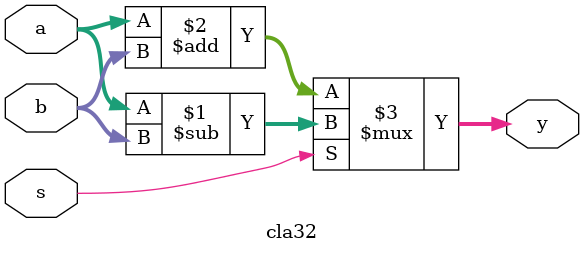
<source format=v>
module cla32 (a,b,s,y);
	input [31:0] a,b;
	input s;
	output [31:0] y;
	assign y = s ? a - b : a + b;
endmodule

</source>
